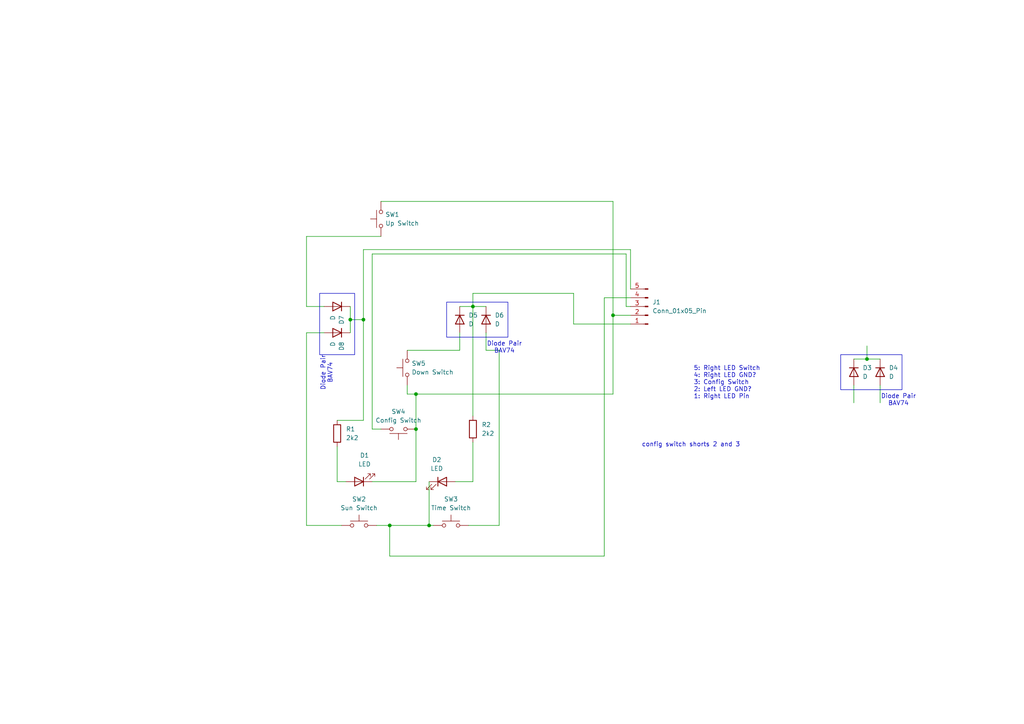
<source format=kicad_sch>
(kicad_sch (version 20231120) (generator "eeschema") (generator_version "8.0")
  (paper "A4")
  (lib_symbols
    (symbol "Connector:Conn_01x05_Pin" (pin_names (offset 1.016) hide)
      (property "Reference" "J" (at 0 7.62 0))
      (property "Value" "Conn_01x05_Pin" (at 0 -7.62 0))
      (symbol "Conn_01x05_Pin_1_1"
        (polyline (pts (xy 1.27 -5.08) (xy 0.8636 -5.08)) (stroke (width 0.1524)))
        (polyline (pts (xy 1.27 -2.54) (xy 0.8636 -2.54)) (stroke (width 0.1524)))
        (polyline (pts (xy 1.27 0) (xy 0.8636 0)) (stroke (width 0.1524)))
        (polyline (pts (xy 1.27 2.54) (xy 0.8636 2.54)) (stroke (width 0.1524)))
        (polyline (pts (xy 1.27 5.08) (xy 0.8636 5.08)) (stroke (width 0.1524)))
        (rectangle (start 0.8636 -4.953) (end 0 -5.207) (stroke (width 0.1524)) (fill (type outline)))
        (rectangle (start 0.8636 -2.413) (end 0 -2.667) (stroke (width 0.1524)) (fill (type outline)))
        (rectangle (start 0.8636 0.127) (end 0 -0.127) (stroke (width 0.1524)) (fill (type outline)))
        (rectangle (start 0.8636 2.667) (end 0 2.413) (stroke (width 0.1524)) (fill (type outline)))
        (rectangle (start 0.8636 5.207) (end 0 4.953) (stroke (width 0.1524)) (fill (type outline)))
        (pin passive line (at 5.08 5.08 180) (length 3.81) (name "Pin_1") (number "1"))
        (pin passive line (at 5.08 2.54 180) (length 3.81) (name "Pin_2") (number "2"))
        (pin passive line (at 5.08 0 180) (length 3.81) (name "Pin_3") (number "3"))
        (pin passive line (at 5.08 -2.54 180) (length 3.81) (name "Pin_4") (number "4"))
        (pin passive line (at 5.08 -5.08 180) (length 3.81) (name "Pin_5") (number "5"))
      )
    )
    (symbol "Device:D" (pin_numbers hide) (pin_names (offset 1.016) hide)
      (property "Reference" "D" (at 0 2.54 0))
      (property "Value" "D" (at 0 -2.54 0))
      (symbol "D_0_1"
        (polyline (pts (xy -1.27 1.27) (xy -1.27 -1.27)) (stroke (width 0.254)))
        (polyline (pts (xy 1.27 0) (xy -1.27 0)))
        (polyline (pts (xy 1.27 1.27) (xy 1.27 -1.27) (xy -1.27 0) (xy 1.27 1.27)) (stroke (width 0.254)))
      )
      (symbol "D_1_1"
        (pin passive line (at -3.81 0 0) (length 2.54) (name "K") (number "1"))
        (pin passive line (at 3.81 0 180) (length 2.54) (name "A") (number "2"))
      )
    )
    (symbol "Device:LED" (pin_numbers hide) (pin_names (offset 1.016) hide)
      (property "Reference" "D" (at 0 2.54 0))
      (property "Value" "LED" (at 0 -2.54 0))
      (symbol "LED_0_1"
        (polyline (pts (xy -1.27 -1.27) (xy -1.27 1.27)) (stroke (width 0.254)))
        (polyline (pts (xy -1.27 0) (xy 1.27 0)))
        (polyline (pts (xy 1.27 -1.27) (xy 1.27 1.27) (xy -1.27 0) (xy 1.27 -1.27)) (stroke (width 0.254)))
        (polyline (pts (xy -3.048 -0.762) (xy -4.572 -2.286) (xy -3.81 -2.286) (xy -4.572 -2.286) (xy -4.572 -1.524)))
        (polyline (pts (xy -1.778 -0.762) (xy -3.302 -2.286) (xy -2.54 -2.286) (xy -3.302 -2.286) (xy -3.302 -1.524)))
      )
      (symbol "LED_1_1"
        (pin passive line (at -3.81 0 0) (length 2.54) (name "K") (number "1"))
        (pin passive line (at 3.81 0 180) (length 2.54) (name "A") (number "2"))
      )
    )
    (symbol "Device:R" (pin_numbers hide) (pin_names (offset 0))
      (property "Reference" "R" (at 2.032 0 90))
      (property "Value" "R" (at 0 0 90))
      (symbol "R_0_1"
        (rectangle (start -1.016 -2.54) (end 1.016 2.54) (stroke (width 0.254)))
      )
      (symbol "R_1_1"
        (pin passive line (at 0 3.81 270) (length 1.27) (name "~") (number "1"))
        (pin passive line (at 0 -3.81 90) (length 1.27) (name "~") (number "2"))
      )
    )
    (symbol "Switch:SW_Push" (pin_numbers hide) (pin_names (offset 1.016) hide)
      (property "Reference" "SW" (at 1.27 2.54 0))
      (property "Value" "SW_Push" (at 0 -1.524 0))
      (symbol "SW_Push_0_1"
        (circle (center -2.032 0) (radius 0.508))
        (polyline (pts (xy 0 1.27) (xy 0 3.048)))
        (polyline (pts (xy 2.54 1.27) (xy -2.54 1.27)))
        (circle (center 2.032 0) (radius 0.508))
        (pin passive line (at -5.08 0 0) (length 2.54) (name "1") (number "1"))
        (pin passive line (at 5.08 0 180) (length 2.54) (name "2") (number "2"))
      )
    )
  )
  (junction (at 177.8 91.44))
  (junction (at 120.65 124.46))
  (junction (at 101.6 92.71))
  (junction (at 251.46 104.14))
  (junction (at 120.65 114.3))
  (junction (at 105.41 92.71))
  (junction (at 113.03 152.4))
  (junction (at 124.46 152.4))
  (junction (at 137.16 88.9))
  (wire (pts (xy 118.11 114.3) (xy 120.65 114.3)))
  (wire (pts (xy 166.37 93.98) (xy 182.88 93.98)))
  (wire (pts (xy 251.46 104.14) (xy 255.27 104.14)))
  (wire (pts (xy 124.46 152.4) (xy 124.46 139.7)))
  (wire (pts (xy 137.16 88.9) (xy 137.16 120.65)))
  (wire (pts (xy 247.65 111.76) (xy 247.65 116.84)))
  (wire (pts (xy 113.03 152.4) (xy 113.03 161.29)))
  (wire (pts (xy 177.8 91.44) (xy 177.8 114.3)))
  (wire (pts (xy 113.03 152.4) (xy 124.46 152.4)))
  (wire (pts (xy 175.26 86.36) (xy 182.88 86.36)))
  (wire (pts (xy 118.11 111.76) (xy 118.11 114.3)))
  (wire (pts (xy 107.95 139.7) (xy 120.65 139.7)))
  (wire (pts (xy 133.35 96.52) (xy 133.35 101.6)))
  (wire (pts (xy 97.79 139.7) (xy 100.33 139.7)))
  (wire (pts (xy 133.35 88.9) (xy 137.16 88.9)))
  (wire (pts (xy 175.26 161.29) (xy 175.26 86.36)))
  (wire (pts (xy 144.78 152.4) (xy 144.78 101.6)))
  (wire (pts (xy 105.41 72.39) (xy 182.88 72.39)))
  (wire (pts (xy 166.37 93.98) (xy 166.37 85.09)))
  (wire (pts (xy 182.88 91.44) (xy 177.8 91.44)))
  (wire (pts (xy 137.16 128.27) (xy 137.16 139.7)))
  (wire (pts (xy 105.41 92.71) (xy 101.6 92.71)))
  (wire (pts (xy 137.16 88.9) (xy 140.97 88.9)))
  (wire (pts (xy 135.89 152.4) (xy 144.78 152.4)))
  (wire (pts (xy 110.49 68.58) (xy 88.9 68.58)))
  (wire (pts (xy 181.61 73.66) (xy 107.95 73.66)))
  (wire (pts (xy 93.98 96.52) (xy 88.9 96.52)))
  (wire (pts (xy 88.9 96.52) (xy 88.9 152.4)))
  (wire (pts (xy 247.65 104.14) (xy 251.46 104.14)))
  (wire (pts (xy 140.97 101.6) (xy 144.78 101.6)))
  (wire (pts (xy 251.46 100.33) (xy 251.46 104.14)))
  (wire (pts (xy 113.03 161.29) (xy 175.26 161.29)))
  (wire (pts (xy 255.27 111.76) (xy 255.27 116.84)))
  (wire (pts (xy 181.61 88.9) (xy 182.88 88.9)))
  (wire (pts (xy 137.16 85.09) (xy 137.16 88.9)))
  (wire (pts (xy 109.22 152.4) (xy 113.03 152.4)))
  (wire (pts (xy 137.16 139.7) (xy 132.08 139.7)))
  (wire (pts (xy 101.6 88.9) (xy 101.6 92.71)))
  (wire (pts (xy 182.88 72.39) (xy 182.88 83.82)))
  (wire (pts (xy 120.65 114.3) (xy 177.8 114.3)))
  (wire (pts (xy 120.65 114.3) (xy 120.65 124.46)))
  (wire (pts (xy 125.73 152.4) (xy 124.46 152.4)))
  (wire (pts (xy 107.95 124.46) (xy 110.49 124.46)))
  (wire (pts (xy 97.79 121.92) (xy 105.41 121.92)))
  (wire (pts (xy 181.61 73.66) (xy 181.61 88.9)))
  (wire (pts (xy 101.6 92.71) (xy 101.6 96.52)))
  (wire (pts (xy 97.79 129.54) (xy 97.79 139.7)))
  (wire (pts (xy 88.9 152.4) (xy 99.06 152.4)))
  (wire (pts (xy 93.98 88.9) (xy 88.9 88.9)))
  (wire (pts (xy 88.9 68.58) (xy 88.9 88.9)))
  (wire (pts (xy 177.8 58.42) (xy 110.49 58.42)))
  (wire (pts (xy 120.65 139.7) (xy 120.65 124.46)))
  (wire (pts (xy 118.11 101.6) (xy 133.35 101.6)))
  (wire (pts (xy 107.95 73.66) (xy 107.95 124.46)))
  (wire (pts (xy 105.41 72.39) (xy 105.41 92.71)))
  (wire (pts (xy 177.8 91.44) (xy 177.8 58.42)))
  (wire (pts (xy 105.41 92.71) (xy 105.41 121.92)))
  (wire (pts (xy 140.97 96.52) (xy 140.97 101.6)))
  (wire (pts (xy 166.37 85.09) (xy 137.16 85.09)))
  (rectangle (start 102.87 85.09) (end 92.71 102.87))
  (rectangle (start 129.54 87.63) (end 147.32 97.79))
  (rectangle (start 243.84 102.87) (end 261.62 113.03))
  (text "Diode Pair\nBAV74" (at 94.742 108.204 90) (effects (font (size 1.27 1.27))))
  (text "5: Right LED Switch\n4: Right LED GND?\n3: Config Switch\n2: Left LED GND?\n1: Right LED Pin" (at 201.168 110.998 0) (effects (font (size 1.27 1.27)) (justify left)))
  (text "Diode Pair\nBAV74" (at 260.604 116.078 0) (effects (font (size 1.27 1.27))))
  (text "config switch shorts 2 and 3" (at 200.406 129.032 0) (effects (font (size 1.27 1.27))))
  (text "Diode Pair\nBAV74" (at 146.304 100.838 0) (effects (font (size 1.27 1.27))))
  (symbol (lib_id "Device:D") (at 140.97 92.71 270) (unit 1)
    (property "Reference" "D6" (at 143.51 91.4399 90) (effects (justify left)))
    (property "Value" "D" (at 143.51 93.9799 90) (effects (justify left)))
    (property "Description" "Diode" (effects (hide yes)))
    (property "Sim.Device" "D" (effects (hide yes)))
    (property "Sim.Pins" "1=K 2=A" (effects (hide yes)))
  )
  (symbol (lib_id "Switch:SW_Push") (at 115.57 124.46 180) (unit 1)
    (property "Reference" "SW4" (at 115.57 119.38 0))
    (property "Value" "Config Switch" (at 115.57 121.92 0))
    (property "Description" "Push button switch, generic, two pins" (effects (hide yes)))
  )
  (symbol (lib_id "Device:D") (at 247.65 107.95 270) (unit 1)
    (property "Reference" "D3" (at 250.19 106.6799 90) (effects (justify left)))
    (property "Value" "D" (at 250.19 109.2199 90) (effects (justify left)))
    (property "Description" "Diode" (effects (hide yes)))
    (property "Sim.Device" "D" (effects (hide yes)))
    (property "Sim.Pins" "1=K 2=A" (effects (hide yes)))
  )
  (symbol (lib_id "Device:LED") (at 128.27 139.7 0) (unit 1)
    (property "Reference" "D2" (at 126.6825 133.35 0))
    (property "Value" "LED" (at 126.6825 135.89 0))
    (property "Description" "Light emitting diode" (effects (hide yes)))
  )
  (symbol (lib_id "Device:D") (at 97.79 96.52 180) (unit 1)
    (property "Reference" "D8" (at 99.0601 99.06 90) (effects (justify left)))
    (property "Value" "D" (at 96.5201 99.06 90) (effects (justify left)))
    (property "Description" "Diode" (effects (hide yes)))
    (property "Sim.Device" "D" (effects (hide yes)))
    (property "Sim.Pins" "1=K 2=A" (effects (hide yes)))
  )
  (symbol (lib_id "Device:R") (at 97.79 125.73 0) (unit 1)
    (property "Reference" "R1" (at 100.33 124.4599 0) (effects (justify left)))
    (property "Value" "2k2" (at 100.33 126.9999 0) (effects (justify left)))
    (property "Description" "Resistor" (effects (hide yes)))
  )
  (symbol (lib_id "Switch:SW_Push") (at 104.14 152.4 0) (unit 1)
    (property "Reference" "SW2" (at 104.14 144.78 0))
    (property "Value" "Sun Switch" (at 104.14 147.32 0))
    (property "Description" "Push button switch, generic, two pins" (effects (hide yes)))
  )
  (symbol (lib_id "Device:R") (at 137.16 124.46 0) (unit 1)
    (property "Reference" "R2" (at 139.7 123.1899 0) (effects (justify left)))
    (property "Value" "2k2" (at 139.7 125.7299 0) (effects (justify left)))
    (property "Description" "Resistor" (effects (hide yes)))
  )
  (symbol (lib_id "Device:D") (at 133.35 92.71 270) (unit 1)
    (property "Reference" "D5" (at 135.89 91.4399 90) (effects (justify left)))
    (property "Value" "D" (at 135.89 93.9799 90) (effects (justify left)))
    (property "Description" "Diode" (effects (hide yes)))
    (property "Sim.Device" "D" (effects (hide yes)))
    (property "Sim.Pins" "1=K 2=A" (effects (hide yes)))
  )
  (symbol (lib_id "Switch:SW_Push") (at 118.11 106.68 90) (unit 1)
    (property "Reference" "SW5" (at 119.38 105.4099 90) (effects (justify right)))
    (property "Value" "Down Switch" (at 119.38 107.9499 90) (effects (justify right)))
    (property "Description" "Push button switch, generic, two pins" (effects (hide yes)))
  )
  (symbol (lib_id "Device:D") (at 255.27 107.95 270) (unit 1)
    (property "Reference" "D4" (at 257.81 106.6799 90) (effects (justify left)))
    (property "Value" "D" (at 257.81 109.2199 90) (effects (justify left)))
    (property "Description" "Diode" (effects (hide yes)))
    (property "Sim.Device" "D" (effects (hide yes)))
    (property "Sim.Pins" "1=K 2=A" (effects (hide yes)))
  )
  (symbol (lib_id "Connector:Conn_01x05_Pin") (at 187.96 88.9 180) (unit 1)
    (property "Reference" "J1" (at 189.23 87.6299 0) (effects (justify right)))
    (property "Value" "Conn_01x05_Pin" (at 189.23 90.1699 0) (effects (justify right)))
    (property "Description" "Generic connector, single row, 01x05, script generated" (effects (hide yes)))
  )
  (symbol (lib_id "Switch:SW_Push") (at 130.81 152.4 0) (unit 1)
    (property "Reference" "SW3" (at 130.81 144.78 0))
    (property "Value" "Time Switch" (at 130.81 147.32 0))
    (property "Description" "Push button switch, generic, two pins" (effects (hide yes)))
  )
  (symbol (lib_id "Device:D") (at 97.79 88.9 180) (unit 1)
    (property "Reference" "D7" (at 99.0601 91.44 90) (effects (justify left)))
    (property "Value" "D" (at 96.5201 91.44 90) (effects (justify left)))
    (property "Description" "Diode" (effects (hide yes)))
    (property "Sim.Device" "D" (effects (hide yes)))
    (property "Sim.Pins" "1=K 2=A" (effects (hide yes)))
  )
  (symbol (lib_id "Device:LED") (at 104.14 139.7 180) (unit 1)
    (property "Reference" "D1" (at 105.7275 132.08 0))
    (property "Value" "LED" (at 105.7275 134.62 0))
    (property "Description" "Light emitting diode" (effects (hide yes)))
  )
  (symbol (lib_id "Switch:SW_Push") (at 110.49 63.5 90) (unit 1)
    (property "Reference" "SW1" (at 111.76 62.2299 90) (effects (justify right)))
    (property "Value" "Up Switch" (at 111.76 64.7699 90) (effects (justify right)))
    (property "Description" "Push button switch, generic, two pins" (effects (hide yes)))
  )
)
</source>
